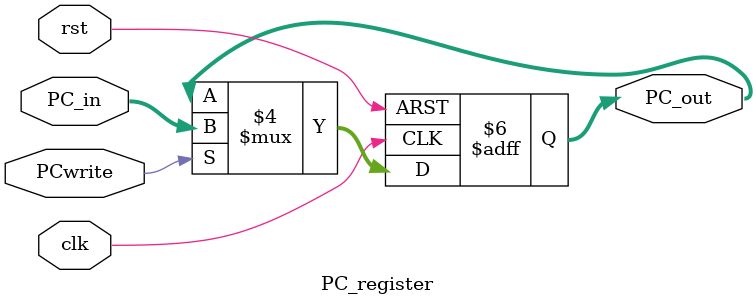
<source format=v>
`timescale 1ns / 1ps
module inst_memory(
	input rst,
	input [4:0] MemAddr,
	input MemRead,			//read = 1 else = 0
	input MemWrite,		//write = 1 else = 0
	input clk,
	input [31:0] Write_Data, 
	output [31:0] Read_Data
    );
	
	integer i;
	reg [31:0] inst_mem[31:0]; 
	
	assign Read_Data = (rst) ? 32'b0 : inst_mem[MemAddr[4:2]] ;
			
	always @(posedge rst) begin
		if(rst) begin
			for(i = 0; i<32; i = i+1) begin
				inst_mem[i] <= 32'h0;
			end
				inst_mem[0] <= 32'b100011_00010_00001_0000_0000_0000_0100; // Label:   lw  $1(rt), 4[imme]($2[rs]) 
            inst_mem[1] <= 32'b000000_00001_00101_00100_00000_100010;   //          sub $4(rd), $1(rs), $5(rt) 
            inst_mem[2] <= 32'b000000_00001_00111_00110_00000_100100;   //          and $6(rd), $1(rs), $7(rt)
            inst_mem[3] <= 32'b000000_00001_01001_01000_00000_100101;   //           or  $8(rd), $1(rs), $9(rt)
            inst_mem[4] <= 32'b000100_00110_00000_1111_1111_1111_1011; //           beq $6(rs), $0(rt), Label(imme)
		end
		
	end
endmodule

module data_memory(
	input clk,
	input rst,
	input [4:0] MemAddr,
	input MemRead,			//read = 1 else = 0
	input MemWrite,		//write = 1 else = 0
	input [31:0] Write_Data, 
	output [31:0] Read_Data
    );
	
	integer i;
	reg [31:0] data_mem[31:0]; 
	
	assign Read_Data = (rst) ? 32'b0 : data_mem[MemAddr[4:2]] ;
	always @(posedge clk, posedge rst) begin
		if(rst) begin
			for(i = 0; i<32; i = i+1) begin
				data_mem[i] <= 32'h0;
			end
				data_mem[7'h3] <= 32'd30;
		end
		else begin
			if(!MemRead && MemWrite) begin
				data_mem[MemAddr[4:2]] <= Write_Data;  
			end
		end
	end	
endmodule


module PC_register(
	input clk,rst, PCwrite,
	input [31:0] PC_in,
	output reg [31:0] PC_out
);
	always@(posedge clk, posedge rst) begin
		if(rst) begin 
			PC_out <= 32'b0;
		end
		else if(PCwrite)begin
			PC_out <= PC_in;
		end
	end
	
endmodule


</source>
